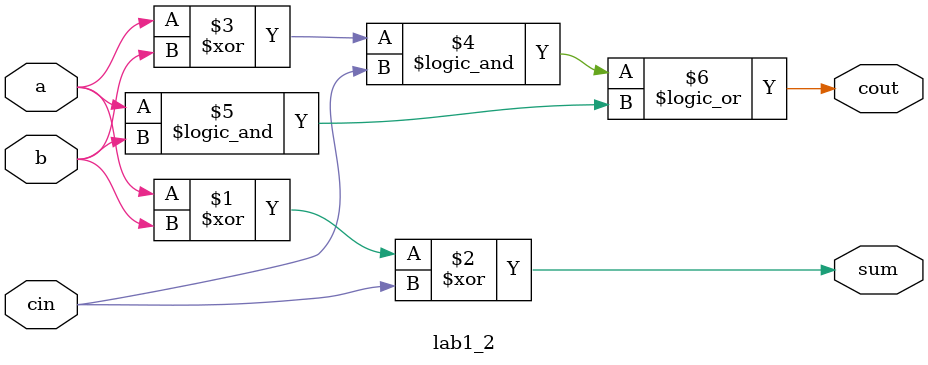
<source format=v>
`timescale 1ns / 1ps
module lab1_2(a , b , cin , sum, cout); 
input a, b, cin ; 
output sum , cout;   

assign sum= (a ^ b) ^ cin;
assign cout= ((a ^ b)&& cin ) || (a && b);

endmodule 

</source>
